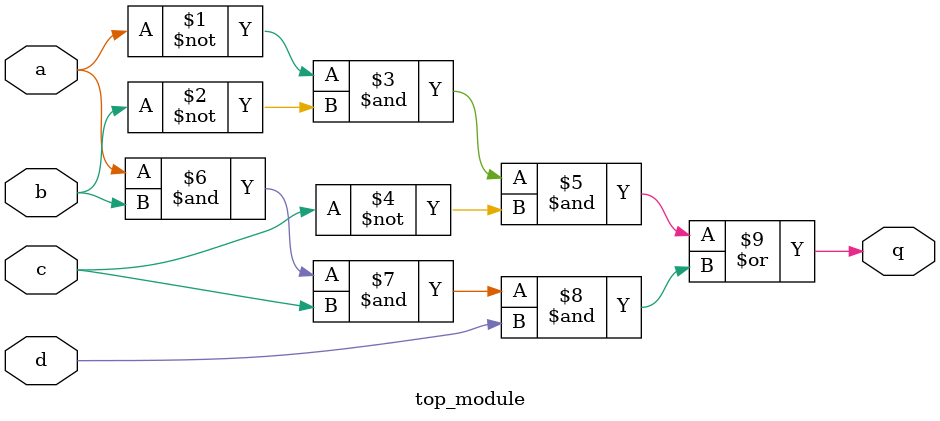
<source format=sv>
module top_module (
	input a, 
	input b, 
	input c, 
	input d,
	output q
);
	
	assign q = (~a & ~b & ~c) | (a & b & c & d);

endmodule

</source>
